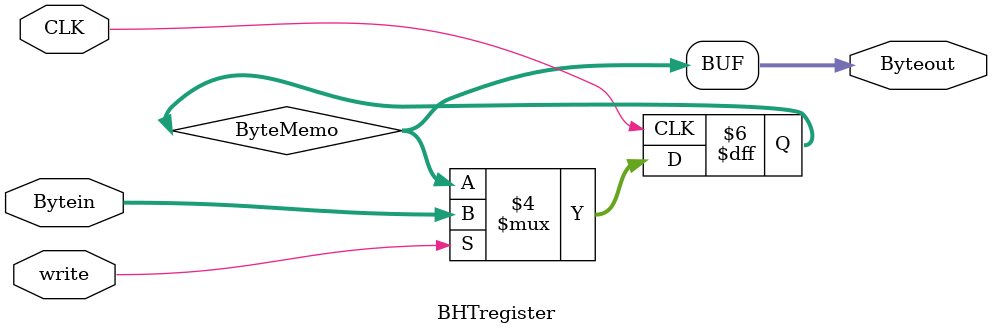
<source format=v>
`timescale 1ns / 1ps


module BHTregister(
    input CLK,write,
    input [10:0] Bytein,
    output [10:0] Byteout
    );
    reg [10:0]ByteMemo;
    always@(posedge CLK)
    if(write == 1)ByteMemo <= Bytein;
    
    assign Byteout = ByteMemo;

    initial
    begin
        ByteMemo = 11'b0;
    end
endmodule

</source>
